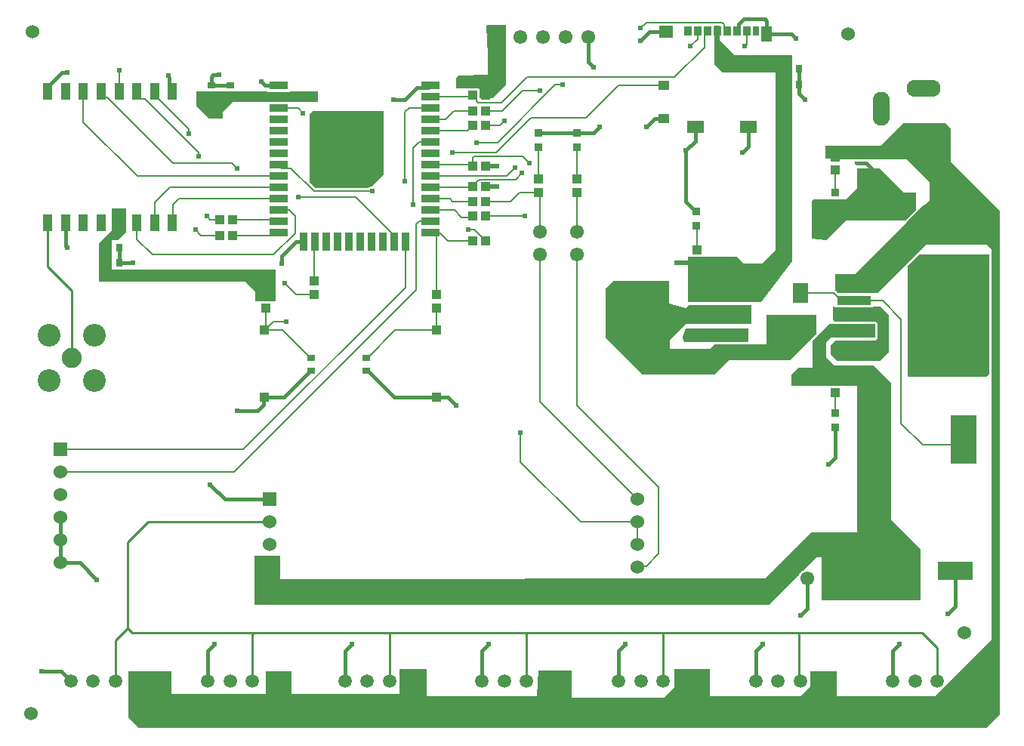
<source format=gtl>
G04*
G04 #@! TF.GenerationSoftware,Altium Limited,Altium Designer,22.5.1 (42)*
G04*
G04 Layer_Physical_Order=1*
G04 Layer_Color=255*
%FSLAX44Y44*%
%MOMM*%
G71*
G04*
G04 #@! TF.SameCoordinates,9DAFF6D1-3FFA-4798-8E4B-9BBE38542115*
G04*
G04*
G04 #@! TF.FilePolarity,Positive*
G04*
G01*
G75*
%ADD16R,1.0000X1.1000*%
%ADD17R,2.0000X0.9000*%
%ADD18R,0.9000X2.0000*%
%ADD19R,1.3300X1.3300*%
%ADD20R,1.7500X2.2000*%
%ADD21R,1.0200X1.0400*%
%ADD22R,3.7900X0.9900*%
%ADD23R,2.8956X5.4102*%
%ADD24R,4.0000X2.0000*%
%ADD25R,0.9500X0.8500*%
%ADD26R,0.7300X0.9400*%
%ADD27R,1.5500X1.3500*%
%ADD28R,1.1700X1.8000*%
%ADD29R,1.9000X1.3500*%
%ADD30R,1.2000X1.0000*%
%ADD31R,0.8500X1.1000*%
%ADD32R,0.7500X1.1000*%
%ADD33R,1.0400X1.0200*%
%ADD34R,1.0500X1.9500*%
%ADD35R,0.9400X0.7300*%
%ADD36R,0.6000X0.3500*%
G04:AMPARAMS|DCode=37|XSize=0.9mm|YSize=1.75mm|CornerRadius=0.0495mm|HoleSize=0mm|Usage=FLASHONLY|Rotation=270.000|XOffset=0mm|YOffset=0mm|HoleType=Round|Shape=RoundedRectangle|*
%AMROUNDEDRECTD37*
21,1,0.9000,1.6510,0,0,270.0*
21,1,0.8010,1.7500,0,0,270.0*
1,1,0.0990,-0.8255,-0.4005*
1,1,0.0990,-0.8255,0.4005*
1,1,0.0990,0.8255,0.4005*
1,1,0.0990,0.8255,-0.4005*
%
%ADD37ROUNDEDRECTD37*%
G04:AMPARAMS|DCode=38|XSize=3.2mm|YSize=1.75mm|CornerRadius=0.0525mm|HoleSize=0mm|Usage=FLASHONLY|Rotation=270.000|XOffset=0mm|YOffset=0mm|HoleType=Round|Shape=RoundedRectangle|*
%AMROUNDEDRECTD38*
21,1,3.2000,1.6450,0,0,270.0*
21,1,3.0950,1.7500,0,0,270.0*
1,1,0.1050,-0.8225,-1.5475*
1,1,0.1050,-0.8225,1.5475*
1,1,0.1050,0.8225,1.5475*
1,1,0.1050,0.8225,-1.5475*
%
%ADD38ROUNDEDRECTD38*%
%ADD73R,7.8800X10.8400*%
%ADD74C,0.3810*%
%ADD75C,0.1520*%
%ADD76C,0.5080*%
%ADD77C,0.2540*%
%ADD78O,3.8000X1.9000*%
%ADD79O,1.9000X3.8000*%
%ADD80C,1.5500*%
%ADD81C,1.5000*%
%ADD82C,1.5240*%
%ADD83C,1.5300*%
%ADD84R,1.5300X1.5300*%
%ADD85R,1.5300X1.5300*%
%ADD86C,2.5500*%
%ADD87C,2.2500*%
%ADD88C,0.6090*%
G36*
X339090Y707390D02*
X307810D01*
Y707450D01*
X282730D01*
Y707390D01*
X243840D01*
X232410Y695960D01*
Y688340D01*
X217170D01*
X203200Y702310D01*
Y718820D01*
X282730D01*
Y718770D01*
X307810D01*
Y718820D01*
X339090D01*
Y707390D01*
D02*
G37*
G36*
X549910Y726440D02*
X534670Y711200D01*
X520700D01*
Y722630D01*
X520360D01*
Y722650D01*
X504880D01*
Y722630D01*
X494030D01*
Y734060D01*
X496570Y736600D01*
X529590Y737870D01*
Y759460D01*
X528151Y792550D01*
X529304Y793750D01*
X549910Y793750D01*
Y726440D01*
D02*
G37*
G36*
X412750Y626110D02*
X399285Y612645D01*
X398939D01*
X396886Y611795D01*
X395516Y610425D01*
X336674D01*
X330200Y616898D01*
Y693420D01*
X334010Y697230D01*
X412750D01*
Y626110D01*
D02*
G37*
G36*
X995680Y605790D02*
X1009650D01*
Y586031D01*
X997659Y574040D01*
X930910D01*
X909320Y552450D01*
X892810Y553720D01*
Y594360D01*
X894080Y596900D01*
X895350Y598170D01*
X930910D01*
X943610Y610870D01*
Y632460D01*
X969010D01*
X995680Y605790D01*
D02*
G37*
G36*
X789940Y775970D02*
X806450Y759460D01*
X871220D01*
Y528320D01*
X836328Y482600D01*
X754380D01*
X754380Y533400D01*
X808990D01*
X816610Y525780D01*
X836930D01*
X852170Y541020D01*
Y740410D01*
X792480D01*
X783590Y749300D01*
Y792480D01*
X789940D01*
Y775970D01*
D02*
G37*
G36*
X124460Y561340D02*
X115570Y552450D01*
X107950D01*
Y519430D01*
X292100D01*
Y483870D01*
X288310D01*
Y483990D01*
X273030D01*
Y483870D01*
X269240D01*
Y494030D01*
X257810Y505460D01*
X93980D01*
Y548640D01*
X107950Y562610D01*
Y586740D01*
Y588010D01*
X124460D01*
Y561340D01*
D02*
G37*
G36*
X979170Y468630D02*
Y426720D01*
X969010Y416560D01*
X922020D01*
X914400Y424180D01*
Y434340D01*
X919480Y439420D01*
X963930D01*
X966470Y441960D01*
Y442980D01*
X966520Y443230D01*
Y458470D01*
X966323Y459461D01*
X965761Y460301D01*
X964921Y460863D01*
X963930Y461060D01*
X919430D01*
X916940Y463550D01*
Y477520D01*
X918760D01*
Y476870D01*
X961740D01*
Y477520D01*
X970280D01*
X979170Y468630D01*
D02*
G37*
G36*
X821690Y439420D02*
X820470Y438200D01*
X783590D01*
X783340Y438150D01*
X750570D01*
X749300Y439420D01*
X748030Y443230D01*
X751840Y453390D01*
X821690D01*
Y439420D01*
D02*
G37*
G36*
X732790Y495300D02*
Y481330D01*
X751840Y476250D01*
X755600Y480010D01*
X825500D01*
Y458470D01*
X751840D01*
X734060Y440690D01*
Y430530D01*
X778510D01*
X783590Y435610D01*
X842010D01*
Y468630D01*
X897890D01*
Y447040D01*
X868680Y417830D01*
X800100D01*
X783590Y401320D01*
X703580D01*
X661670Y443230D01*
Y497840D01*
X670560Y506730D01*
X732790D01*
Y495300D01*
D02*
G37*
G36*
X1092150Y402540D02*
X1088390Y398780D01*
X1000760D01*
Y523387D01*
X1013313Y535940D01*
X1092150D01*
Y402540D01*
D02*
G37*
G36*
X963930Y443230D02*
X914400D01*
X909320Y438150D01*
Y420370D01*
X918210Y411480D01*
X962660D01*
X981710Y392430D01*
Y238760D01*
X1014730Y205740D01*
Y148590D01*
X904240D01*
Y196850D01*
X897890D01*
X882789Y181749D01*
X881412Y180954D01*
X879496Y179038D01*
X878701Y177661D01*
X844550Y143510D01*
X267970D01*
Y198120D01*
X296921D01*
Y172461D01*
X840740Y172720D01*
X892810Y224790D01*
X943610D01*
X943610Y388620D01*
X927120D01*
Y388740D01*
X911840D01*
Y388620D01*
X869950D01*
Y401320D01*
X877570Y408940D01*
X894080D01*
Y439420D01*
X913130Y458470D01*
X963930D01*
Y443230D01*
D02*
G37*
G36*
X1049020Y676910D02*
Y640080D01*
X1103630Y585470D01*
Y20320D01*
X1088390Y5080D01*
X138430D01*
X127000Y16510D01*
Y68580D01*
X175260D01*
Y43180D01*
X280670D01*
Y55880D01*
Y68580D01*
X309880D01*
Y58420D01*
Y43180D01*
X430530D01*
Y50800D01*
Y71120D01*
X461010Y71120D01*
Y40640D01*
X584678Y40640D01*
X586334Y69850D01*
X623379D01*
X623761Y39370D01*
X727710D01*
X739140Y50800D01*
Y71120D01*
X754380D01*
X778510Y71120D01*
Y46990D01*
Y40640D01*
X880110D01*
X891540Y52070D01*
Y68580D01*
X920750D01*
Y55880D01*
Y40640D01*
X1031240Y40640D01*
X1061720Y71120D01*
X1094740Y104140D01*
Y542290D01*
X1089660Y547370D01*
X1021080D01*
X966470Y492760D01*
X922608D01*
X920049Y495319D01*
X919480Y495700D01*
Y514350D01*
X942340D01*
X1004730Y576740D01*
X1005580D01*
Y577590D01*
X1024890Y596900D01*
X1024890Y617220D01*
X998220Y643890D01*
X908050D01*
Y657860D01*
X970280D01*
X995680Y683260D01*
X1042670D01*
X1049020Y676910D01*
D02*
G37*
D16*
X472440Y376520D02*
D03*
Y451520D02*
D03*
X279400D02*
D03*
Y376520D02*
D03*
D17*
X295270Y725810D02*
D03*
Y713110D02*
D03*
Y700410D02*
D03*
Y687710D02*
D03*
Y675010D02*
D03*
Y662310D02*
D03*
Y649610D02*
D03*
Y636910D02*
D03*
Y624210D02*
D03*
Y611510D02*
D03*
Y598810D02*
D03*
Y586110D02*
D03*
Y573410D02*
D03*
Y560710D02*
D03*
X465270D02*
D03*
Y573410D02*
D03*
Y586110D02*
D03*
Y598810D02*
D03*
Y611510D02*
D03*
Y624210D02*
D03*
Y636910D02*
D03*
Y649610D02*
D03*
Y662310D02*
D03*
Y675010D02*
D03*
Y687710D02*
D03*
Y700410D02*
D03*
Y713110D02*
D03*
Y725810D02*
D03*
D18*
X323120Y550710D02*
D03*
X335820D02*
D03*
X348520D02*
D03*
X361220D02*
D03*
X373920D02*
D03*
X386620D02*
D03*
X399320D02*
D03*
X412020D02*
D03*
X424720D02*
D03*
X437420D02*
D03*
D19*
X351920Y669160D02*
D03*
X370270D02*
D03*
X388620D02*
D03*
Y650810D02*
D03*
X370270D02*
D03*
X351920D02*
D03*
Y632460D02*
D03*
X370270D02*
D03*
X388620D02*
D03*
D20*
X880110Y451940D02*
D03*
Y492940D02*
D03*
D21*
X919480Y381000D02*
D03*
Y395700D02*
D03*
Y631190D02*
D03*
Y645890D02*
D03*
X586740Y620760D02*
D03*
Y606060D02*
D03*
X629920Y620760D02*
D03*
Y606060D02*
D03*
X335280Y506460D02*
D03*
Y491760D02*
D03*
X472440Y491220D02*
D03*
Y476520D02*
D03*
X764540Y541750D02*
D03*
Y527050D02*
D03*
X280670Y476250D02*
D03*
Y490950D02*
D03*
D22*
X940250Y501360D02*
D03*
Y484360D02*
D03*
Y467360D02*
D03*
Y450360D02*
D03*
Y433360D02*
D03*
D23*
X1062990Y328930D02*
D03*
X963930D02*
D03*
D24*
X983040Y589280D02*
D03*
X1054040D02*
D03*
Y181610D02*
D03*
X983040D02*
D03*
D25*
X919480Y606170D02*
D03*
Y590170D02*
D03*
X586740Y672590D02*
D03*
Y656590D02*
D03*
X919480Y342520D02*
D03*
Y358520D02*
D03*
X763270Y568580D02*
D03*
Y584580D02*
D03*
X629920Y656590D02*
D03*
Y672590D02*
D03*
D26*
X878320Y744220D02*
D03*
X864120D02*
D03*
X878320Y726440D02*
D03*
X864120D02*
D03*
X116320Y543560D02*
D03*
X102120D02*
D03*
X116320Y527050D02*
D03*
X102120D02*
D03*
D27*
X729210Y786040D02*
D03*
D28*
X842410Y783790D02*
D03*
D29*
X762460Y679040D02*
D03*
X822160D02*
D03*
D30*
X727460Y688790D02*
D03*
Y725790D02*
D03*
D31*
X753810Y787290D02*
D03*
X764810D02*
D03*
X775810D02*
D03*
X786810D02*
D03*
X797810D02*
D03*
X808810D02*
D03*
X819810D02*
D03*
D32*
X830310D02*
D03*
D33*
X512620Y715010D02*
D03*
X527320D02*
D03*
X512620Y697230D02*
D03*
X527320D02*
D03*
X512620Y680720D02*
D03*
X527320D02*
D03*
X512620Y635000D02*
D03*
X527320D02*
D03*
X512620Y612140D02*
D03*
X527320D02*
D03*
X512620Y595630D02*
D03*
X527320D02*
D03*
X243840Y575310D02*
D03*
X229140D02*
D03*
X243840Y557530D02*
D03*
X229140D02*
D03*
X512620Y579120D02*
D03*
X527320D02*
D03*
X512620Y551180D02*
D03*
X527320D02*
D03*
D34*
X176200Y719500D02*
D03*
X156200D02*
D03*
X136200D02*
D03*
X116200D02*
D03*
X96200D02*
D03*
X76200D02*
D03*
X56200D02*
D03*
X36200D02*
D03*
Y571500D02*
D03*
X56200D02*
D03*
X76200D02*
D03*
X96200D02*
D03*
X116200D02*
D03*
X136200D02*
D03*
X156200D02*
D03*
X176200D02*
D03*
D35*
X241300Y711720D02*
D03*
Y725920D02*
D03*
X219710D02*
D03*
Y711720D02*
D03*
X393700Y406170D02*
D03*
Y420370D02*
D03*
X331470Y406170D02*
D03*
Y420370D02*
D03*
X816610Y474230D02*
D03*
Y488430D02*
D03*
X798830Y474230D02*
D03*
Y488430D02*
D03*
X797560Y428510D02*
D03*
Y442710D02*
D03*
D36*
X943610Y638810D02*
D03*
Y645310D02*
D03*
D37*
X765310Y466090D02*
D03*
Y443090D02*
D03*
Y489090D02*
D03*
D38*
X702810Y466090D02*
D03*
D73*
X1047750Y467360D02*
D03*
D74*
X484540Y376520D02*
X494030Y367030D01*
X472440Y376520D02*
X484540D01*
X842410Y783790D02*
Y797868D01*
X816584Y800100D02*
X840178D01*
X842410Y797868D01*
X51220Y68580D02*
X62230Y57570D01*
X29210Y68580D02*
X51220D01*
X36200Y719500D02*
Y724000D01*
X52174Y739974D01*
X57984D01*
X58420Y740410D01*
X939800Y430315D02*
X942845Y433360D01*
X939800Y421640D02*
Y430315D01*
X940250Y433360D02*
X951520D01*
X966760D01*
X942845D02*
X951520D01*
X424180Y709930D02*
X436880D01*
X450165Y723215D01*
X462675D01*
X465270Y725810D01*
X116320Y527050D02*
X132080D01*
X116320D02*
Y543560D01*
X219710Y725920D02*
Y735285D01*
X221942Y737517D02*
X228247D01*
X219710Y735285D02*
X221942Y737517D01*
X228247D02*
X228600Y737870D01*
X275590Y730250D02*
X280030Y725810D01*
X295270D01*
X172855Y722845D02*
X176200Y719500D01*
X172855Y722845D02*
Y734578D01*
X171450Y735983D02*
X172855Y734578D01*
X171450Y735983D02*
Y736600D01*
X1009755Y722880D02*
X1018540D01*
X943610Y638810D02*
X953770D01*
X975360Y617220D01*
X982150Y590170D02*
X983040Y589280D01*
X975360Y596960D02*
Y617220D01*
Y596960D02*
X982150Y590170D01*
X878320Y716800D02*
X885190Y709930D01*
X919480Y590170D02*
X982150D01*
X919480Y575310D02*
Y590170D01*
X906780Y562610D02*
X919480Y575310D01*
X902970Y562610D02*
X906780D01*
X842410Y783790D02*
X869750D01*
X875030Y778510D01*
X878320Y726440D02*
Y744220D01*
Y716800D02*
Y726440D01*
X811115Y794631D02*
X816584Y800100D01*
X808810Y787290D02*
X811115Y789595D01*
Y794631D01*
X711110Y786040D02*
X729210D01*
X701040Y775970D02*
X711110Y786040D01*
X707390Y679450D02*
X716730Y688790D01*
X822160Y657060D02*
Y679040D01*
X815340Y650240D02*
X822160Y657060D01*
X762460Y663400D02*
Y679040D01*
X762770Y584580D02*
X763270D01*
X760425Y586925D02*
Y587425D01*
Y586925D02*
X762770Y584580D01*
X716730Y688790D02*
X727460D01*
X751840Y652780D02*
X762460Y663400D01*
X751840Y596010D02*
X760425Y587425D01*
X751840Y596010D02*
Y652780D01*
X1012190Y502920D02*
X1047750Y467360D01*
X1012190Y502920D02*
Y528320D01*
X970280Y436880D02*
Y463550D01*
X966470Y467360D02*
X970280Y463550D01*
X940250Y467360D02*
X966470D01*
X966760Y433360D02*
X970280Y436880D01*
X1045210Y133350D02*
X1054040Y142180D01*
Y181610D01*
X983780Y91440D02*
X991400Y99060D01*
X983780Y57570D02*
Y91440D01*
X880110Y449690D02*
Y451940D01*
X871015Y442845D02*
X873265D01*
X798388Y474672D02*
X798830Y474230D01*
X816610D01*
X873265Y442845D02*
X880110Y449690D01*
X856680Y428510D02*
X871015Y442845D01*
X796510Y428510D02*
X797560D01*
X856680D01*
X787092Y474672D02*
X798388D01*
X778510Y466090D02*
X787092Y474672D01*
X765310Y466090D02*
X778510D01*
X702810Y441190D02*
Y466090D01*
X779480Y411480D02*
X796510Y428510D01*
X688340Y426720D02*
X702810Y441190D01*
X919480Y308650D02*
Y342520D01*
X911860Y301030D02*
X919480Y308650D01*
X887730Y138850D02*
Y172720D01*
X880110Y131230D02*
X887730Y138850D01*
X830188Y57570D02*
Y91440D01*
X768350Y411480D02*
X779480D01*
X830188Y91440D02*
X837808Y99060D01*
X676597Y91440D02*
X684217Y99060D01*
X676597Y57570D02*
Y91440D01*
X642620Y751840D02*
X648154Y746306D01*
X642620Y751840D02*
Y779780D01*
X648460Y672590D02*
X655320Y679450D01*
X370270Y686500D02*
X370840Y687070D01*
X388620Y669160D02*
Y679450D01*
X394970Y685800D01*
X370270Y669160D02*
Y686500D01*
X629920Y672590D02*
X648460D01*
X586740D02*
X629920D01*
X405700Y650810D02*
X406400Y651510D01*
X388620Y650810D02*
X405700D01*
X388620Y619760D02*
Y632460D01*
X360810Y641350D02*
X370270Y650810D01*
Y615380D02*
Y632460D01*
X369570Y614680D02*
X370270Y615380D01*
X219710Y725920D02*
X241300D01*
X360680Y641350D02*
X360810D01*
X351920Y669160D02*
Y684400D01*
X349250Y687070D02*
X351920Y684400D01*
Y617350D02*
Y632460D01*
X349250Y614680D02*
X351920Y617350D01*
X334580Y650810D02*
X351920D01*
X334295Y650525D02*
X334580Y650810D01*
X334010Y650240D02*
X334295Y650525D01*
X393700Y406170D02*
X394750D01*
X424400Y376520D01*
X330420Y406170D02*
X331470D01*
X424400Y376520D02*
X472440D01*
X298450Y534670D02*
X314490Y550710D01*
X323120D01*
X298450Y525780D02*
Y534670D01*
X300770Y376520D02*
X330420Y406170D01*
X279400Y376520D02*
X300770D01*
X278637Y375757D02*
X279400Y376520D01*
X369413Y91440D02*
X377033Y99060D01*
X523005Y57570D02*
Y91440D01*
X530625Y99060D01*
X369413Y57570D02*
Y91440D01*
X278637Y367537D02*
Y375757D01*
X271780Y360680D02*
X278637Y367537D01*
X248920Y360680D02*
X271780D01*
X234950Y261620D02*
X285490D01*
X218440Y278130D02*
X234950Y261620D01*
X56200Y545780D02*
X58420Y543560D01*
X56200Y545780D02*
Y571500D01*
X72390Y190500D02*
X91440Y171450D01*
X215822Y91440D02*
X223442Y99060D01*
X215822Y57570D02*
Y91440D01*
X50800Y190500D02*
X72390D01*
X50800Y215900D02*
Y241300D01*
Y190500D02*
Y215900D01*
X1059428Y589280D02*
X1067523Y581185D01*
X1013610Y645310D02*
X1018540Y650240D01*
X943610Y645310D02*
X1013610D01*
X942670D02*
X943610D01*
X942090Y645890D02*
X942670Y645310D01*
X919480Y645890D02*
X942090D01*
D75*
X214630Y579120D02*
X218440Y575310D01*
X229140D01*
X640080Y689610D02*
X676260Y725790D01*
X538730Y650490D02*
X577850Y689610D01*
X640080D01*
X516822Y708361D02*
Y710808D01*
Y708361D02*
X518573Y706610D01*
X512620Y715010D02*
X516822Y710808D01*
X518573Y706610D02*
X545320D01*
X605138Y726440D02*
X613410D01*
X540368Y661670D02*
X605138Y726440D01*
X516890Y661670D02*
X540368D01*
X545320Y706610D02*
X574040Y735330D01*
X739140D01*
X772360Y768550D01*
X543560Y680720D02*
X548640Y685800D01*
X527320Y680720D02*
X543560D01*
X568960Y720090D02*
X588010D01*
X546100Y697230D02*
X568960Y720090D01*
X527320Y697230D02*
X546100D01*
X521120Y557280D02*
Y557647D01*
X527220Y551180D02*
X527320D01*
X521120Y557280D02*
X527220Y551180D01*
X514887Y563880D02*
X521120Y557647D01*
X508000Y563880D02*
X514887D01*
X242570Y638810D02*
X248920Y632460D01*
X176530Y638810D02*
X242570D01*
X992762Y347089D02*
Y463928D01*
X940250Y484360D02*
X972330D01*
X992762Y463928D01*
X926250Y484360D02*
X940250D01*
X1017270Y322580D02*
X1056640D01*
X1062990Y328930D01*
X992762Y347089D02*
X1017270Y322580D01*
X917670Y492940D02*
X926250Y484360D01*
X880110Y492940D02*
X917670D01*
X512620Y612140D02*
X513080Y612600D01*
X511990Y611510D02*
X512620Y612140D01*
X707620Y186920D02*
X721360Y200660D01*
X697690Y185420D02*
X699190Y186920D01*
X707620D01*
X721360Y200660D02*
Y275590D01*
X629920Y367030D02*
X721360Y275590D01*
X629920Y367030D02*
Y535940D01*
X588010Y371300D02*
X697690Y261620D01*
X588010Y371300D02*
Y535940D01*
X245110Y292100D02*
X449580Y496570D01*
X50800Y292100D02*
X245110D01*
X449580Y496570D02*
Y570230D01*
X437420Y499103D02*
Y550710D01*
X255817Y317500D02*
X437420Y499103D01*
X50800Y317500D02*
X255817D01*
X436880Y618490D02*
Y695960D01*
X441330Y700410D01*
X566420Y303530D02*
Y336550D01*
Y303530D02*
X633730Y236220D01*
X697690D01*
Y210820D02*
Y236220D01*
X452760Y662310D02*
X465270D01*
X445770Y655320D02*
X452760Y662310D01*
X445770Y591820D02*
Y655320D01*
X449580Y570230D02*
X452760Y573410D01*
X465270D01*
X441330Y700410D02*
X465270D01*
X420980Y554450D02*
Y560917D01*
Y554450D02*
X424720Y550710D01*
X381187Y600710D02*
X420980Y560917D01*
X490025Y650490D02*
X538730D01*
X676260Y725790D02*
X727460D01*
X335280Y607060D02*
X400050D01*
X299010Y633170D02*
X309170D01*
X335280Y607060D01*
X295270Y636910D02*
X299010Y633170D01*
X792427Y796090D02*
X794360Y794157D01*
X701040Y789940D02*
X707190Y796090D01*
X792427D01*
X794360Y792030D02*
X797810Y788580D01*
Y787290D02*
Y788580D01*
X794360Y792030D02*
Y794157D01*
X772360Y768550D02*
Y783840D01*
X465660Y624600D02*
X550940D01*
X465270Y624210D02*
X465660Y624600D01*
X550940D02*
X560070Y633730D01*
X519634Y620540D02*
X560850D01*
X567690Y627380D01*
X517060Y617966D02*
X519634Y620540D01*
X513180Y612600D02*
X517060Y616480D01*
Y617966D01*
X513080Y612600D02*
X513180D01*
X772360Y783840D02*
X775810Y787290D01*
X514350Y646430D02*
X568960D01*
X576580Y638810D01*
X756920Y769620D02*
X764810Y777510D01*
Y787290D01*
X819810Y771550D02*
Y787290D01*
X817880Y769620D02*
X819810Y771550D01*
X512620Y644700D02*
X514350Y646430D01*
X512620Y635000D02*
Y644700D01*
X491490Y697230D02*
X512620D01*
X481970Y687710D02*
X491490Y697230D01*
X465270Y687710D02*
X481970D01*
X512520Y680720D02*
X512620D01*
X465270Y675010D02*
X506810D01*
X512520Y680720D01*
X116200Y742310D02*
X116840Y742950D01*
X116200Y719500D02*
Y742310D01*
X194310Y671830D02*
Y676890D01*
X208280Y557530D02*
X229140D01*
X201930Y563880D02*
X208280Y557530D01*
X156200Y715000D02*
X194310Y676890D01*
X156200Y715000D02*
Y719500D01*
X205740Y646430D02*
Y650293D01*
X314690Y491760D02*
X335280D01*
X302260Y504190D02*
X314690Y491760D01*
X140690Y710510D02*
X145523D01*
X136200Y715000D02*
Y719500D01*
Y715000D02*
X140690Y710510D01*
X145523D02*
X205740Y650293D01*
X629920Y620760D02*
Y656590D01*
X586740Y620760D02*
Y656590D01*
X510720Y713110D02*
X512620Y715010D01*
X465270Y713110D02*
X510720D01*
X510710Y636910D02*
X512620Y635000D01*
X465270Y636910D02*
X510710D01*
X465270Y611510D02*
X511990D01*
X487040Y598810D02*
X490220Y595630D01*
X512620D01*
X465270Y598810D02*
X487040D01*
X500380Y577850D02*
X511350D01*
X492120Y586110D02*
X500380Y577850D01*
X511350D02*
X512620Y579120D01*
X465270Y586110D02*
X492120D01*
X317500Y600710D02*
X381187D01*
X100690Y712500D02*
X102840D01*
X176530Y638810D01*
X96200Y716990D02*
Y719500D01*
Y716990D02*
X100690Y712500D01*
X335280Y550170D02*
X335820Y550710D01*
X335280Y506460D02*
Y550170D01*
X292090Y557530D02*
X295270Y560710D01*
X243840Y557530D02*
X292090D01*
X293370Y575310D02*
X295270Y573410D01*
X243840Y575310D02*
X293370D01*
X136200Y553410D02*
X153670Y535940D01*
X289667D01*
X136200Y553410D02*
Y571500D01*
X289667Y535940D02*
X313690Y559963D01*
X295270Y586110D02*
X306700D01*
X313690Y579120D01*
Y559963D02*
Y579120D01*
X183520Y598810D02*
X295270D01*
X176530Y571830D02*
Y591820D01*
X183520Y598810D01*
X176200Y571500D02*
X176530Y571830D01*
X173360Y611510D02*
X295270D01*
X156200Y594350D02*
X173360Y611510D01*
X156200Y571500D02*
Y594350D01*
X136520Y624210D02*
X295270D01*
X76200Y684530D02*
X136520Y624210D01*
X76200Y684530D02*
Y719500D01*
X763905Y542385D02*
Y567945D01*
X919480Y358520D02*
Y381000D01*
Y606170D02*
Y631190D01*
X469359Y559660D02*
X476660D01*
X469750D02*
X472440Y556970D01*
X469359Y559660D02*
X469750D01*
X485140Y551180D02*
X512620D01*
X476660Y559660D02*
X485140Y551180D01*
X472440Y491220D02*
Y556970D01*
X467210Y559660D02*
X469359D01*
X465270Y560710D02*
X466160D01*
X467210Y559660D01*
X586740Y606060D02*
X588010Y604790D01*
Y561340D02*
Y604790D01*
X565420Y606060D02*
X586740D01*
X527320Y595630D02*
X554990D01*
X565420Y606060D01*
X629920Y561340D02*
Y606060D01*
X527320Y579120D02*
X571500D01*
X316860Y700410D02*
X322580Y694690D01*
X295270Y700410D02*
X316860D01*
X288890Y461010D02*
X303530D01*
X299270Y451520D02*
X330420Y420370D01*
X331470D01*
X284140Y456260D02*
X288890Y461010D01*
X283640Y456260D02*
X284140D01*
X280670Y453290D02*
Y476250D01*
Y453290D02*
X283640Y456260D01*
X279400Y451520D02*
X299270D01*
X279400Y452020D02*
X280670Y453290D01*
X279400Y451520D02*
Y452020D01*
X425900Y451520D02*
X472440D01*
Y476520D01*
X394750Y420370D02*
X425900Y451520D01*
X393700Y420370D02*
X394750D01*
D76*
X885190Y401320D02*
X890810Y395700D01*
X919480D01*
X797560Y442710D02*
X814820D01*
X815340Y443230D01*
X527320Y635000D02*
X539750D01*
X527320Y612140D02*
X539750D01*
X102430Y517326D02*
X105405Y514350D01*
X274320D01*
X102430Y517326D02*
Y526740D01*
X280670Y490950D02*
Y507727D01*
X274320Y514077D02*
Y514350D01*
Y514077D02*
X280670Y507727D01*
X102120Y527050D02*
X102430Y526740D01*
X102120Y527050D02*
Y543560D01*
X504190Y728980D02*
X516134D01*
X524660Y717570D02*
X527220Y715010D01*
X516134Y728980D02*
X524660Y720454D01*
X527220Y715010D02*
X527320D01*
X524660Y717570D02*
Y720454D01*
X332100Y713110D02*
X332740Y712470D01*
X295270Y713110D02*
X332100D01*
X527320Y715010D02*
X527420D01*
X818770Y489540D02*
Y490590D01*
X864120Y535940D01*
X816610Y488430D02*
X817660D01*
X818770Y489540D01*
X798830Y744220D02*
X864120D01*
X786810Y756240D02*
Y787290D01*
Y756240D02*
X798830Y744220D01*
X763905Y542385D02*
X764540Y541750D01*
X763270Y568580D02*
X763905Y567945D01*
X1084580Y589280D02*
X1098550Y575310D01*
Y97340D02*
Y575310D01*
X1059428Y589280D02*
X1084580D01*
X1054040D02*
X1059428D01*
X1020224D02*
X1054040D01*
X941898Y510954D02*
X1020224Y589280D01*
X941898Y502914D02*
Y510954D01*
X940344Y501360D02*
X941898Y502914D01*
X1018540Y650240D02*
Y663580D01*
X1054040Y589280D02*
Y614740D01*
X1018540Y650240D02*
X1054040Y614740D01*
X1058780Y57570D02*
X1098550Y97340D01*
X1058780Y34690D02*
Y57570D01*
X905188Y38422D02*
Y57570D01*
X751597Y38343D02*
Y57570D01*
X444413Y33107D02*
Y57570D01*
X598005Y33185D02*
Y57570D01*
X290822Y36838D02*
Y57570D01*
X137230Y40570D02*
Y57570D01*
X290822Y36838D02*
X299720Y27940D01*
X598005Y33185D02*
X603250Y27940D01*
X449580D02*
X603250D01*
X905188Y38422D02*
X915670Y27940D01*
X762000D02*
X915670D01*
X444413Y33107D02*
X449580Y27940D01*
X299720D02*
X449580D01*
X751597Y38343D02*
X762000Y27940D01*
X603250D02*
X762000D01*
X149860D02*
X299720D01*
X137230Y40570D02*
X149860Y27940D01*
X1052214D02*
X1058872Y34598D01*
X1058780Y34690D02*
X1058872Y34598D01*
X915670Y27940D02*
X1052214D01*
X910482Y397618D02*
X917562D01*
X919480Y395700D01*
X900430Y407670D02*
Y439420D01*
Y407670D02*
X910482Y397618D01*
X919480Y395700D02*
X953040D01*
X963930Y384810D01*
Y328930D02*
Y384810D01*
Y212090D02*
Y328930D01*
X911370Y450360D02*
X940250D01*
X976630Y188020D02*
X983040Y181610D01*
X973040D02*
X983040D01*
X976630Y188020D02*
Y199390D01*
X963930Y212090D02*
X976630Y199390D01*
X964150Y172720D02*
X973040Y181610D01*
X913130Y172720D02*
X964150D01*
X900430Y439420D02*
X911370Y450360D01*
X765500Y442900D02*
X797370D01*
X797560Y442710D01*
X900430Y212090D02*
X963930D01*
X848360Y160020D02*
X900430Y212090D01*
X285490Y167900D02*
Y185420D01*
X293370Y160020D02*
X848360D01*
X285490Y167900D02*
X293370Y160020D01*
X864120Y726440D02*
Y744220D01*
Y535940D02*
Y726440D01*
X541020Y728610D02*
Y779780D01*
X527420Y715010D02*
X541020Y728610D01*
X801370Y527050D02*
X816610Y511810D01*
Y488430D02*
Y511810D01*
X764540Y527050D02*
X801370D01*
X798830Y488430D02*
X816610D01*
X798500Y488760D02*
X798830Y488430D01*
X765640Y488760D02*
X798500D01*
X741680Y527050D02*
X764540D01*
X294630Y712470D02*
X295270Y713110D01*
X241300Y711720D02*
X242050Y712470D01*
X294630D01*
X219710Y711720D02*
X241300D01*
X219710Y701040D02*
X224790Y695960D01*
X219710Y701040D02*
Y711720D01*
X116200Y567000D02*
Y571500D01*
X103230Y554030D02*
X116200Y567000D01*
X102120Y543560D02*
X103230Y544670D01*
Y554030D01*
D77*
X878487Y111760D02*
X1016878D01*
X878487Y59271D02*
Y111760D01*
X726597D02*
X878487D01*
X1016878D02*
X1033780Y94858D01*
X573005Y111760D02*
X726597D01*
X419413D02*
X573005D01*
X1033780Y57570D02*
Y94858D01*
X878487Y59271D02*
X880188Y57570D01*
X726597D02*
Y111760D01*
X573005Y57570D02*
Y111760D01*
X148590Y236220D02*
X285490D01*
X130810Y111760D02*
X267310D01*
X419413D01*
X265822Y110272D02*
X267310Y111760D01*
X125730Y116840D02*
Y213360D01*
X148590Y236220D01*
X125730Y116840D02*
X130810Y111760D01*
X112230Y103340D02*
X125730Y116840D01*
X419413Y57570D02*
Y111760D01*
X265822Y57570D02*
Y110272D01*
X112230Y57570D02*
Y103340D01*
X63500Y420370D02*
Y495300D01*
X36200Y522600D02*
X63500Y495300D01*
X36200Y522600D02*
Y571500D01*
D78*
X1018540Y663580D02*
D03*
Y722880D02*
D03*
D79*
X971240Y699580D02*
D03*
D80*
X642620Y779780D02*
D03*
X617220D02*
D03*
X591820D02*
D03*
X566420D02*
D03*
X541020D02*
D03*
X588010Y561340D02*
D03*
Y535940D02*
D03*
X629920D02*
D03*
Y561340D02*
D03*
X913130Y172720D02*
D03*
X887730D02*
D03*
D81*
X983780Y57570D02*
D03*
X1008780D02*
D03*
X1033780D02*
D03*
X1058780D02*
D03*
X830188D02*
D03*
X855188D02*
D03*
X880188D02*
D03*
X905188D02*
D03*
X676597D02*
D03*
X701597D02*
D03*
X726597D02*
D03*
X751597D02*
D03*
X369413D02*
D03*
X394413D02*
D03*
X419413D02*
D03*
X444413D02*
D03*
X523005D02*
D03*
X548005D02*
D03*
X573005D02*
D03*
X598005D02*
D03*
X215822D02*
D03*
X240822D02*
D03*
X265822D02*
D03*
X290822D02*
D03*
X62230D02*
D03*
X87230D02*
D03*
X112230D02*
D03*
X137230D02*
D03*
D82*
X933450Y783590D02*
D03*
X1064260Y111760D02*
D03*
X17780Y21590D02*
D03*
X19050Y786130D02*
D03*
D83*
X697690Y261620D02*
D03*
Y185420D02*
D03*
Y236220D02*
D03*
Y210820D02*
D03*
X50800Y266700D02*
D03*
Y292100D02*
D03*
Y215900D02*
D03*
Y241300D02*
D03*
Y190500D02*
D03*
X285490Y210820D02*
D03*
Y236220D02*
D03*
Y185420D02*
D03*
D84*
X50800Y317500D02*
D03*
D85*
X285490Y261620D02*
D03*
D86*
X88900Y394970D02*
D03*
Y445770D02*
D03*
X38100D02*
D03*
Y394970D02*
D03*
D87*
X63500Y420370D02*
D03*
D88*
X494030Y367030D02*
D03*
X214630Y579120D02*
D03*
X29210Y68580D02*
D03*
X58420Y740410D02*
D03*
X939800Y421640D02*
D03*
X885190Y401320D02*
D03*
X815340Y443230D02*
D03*
X613410Y726440D02*
D03*
X548640Y685800D02*
D03*
X588010Y720090D02*
D03*
X516890Y661670D02*
D03*
X508000Y563880D02*
D03*
X539750Y635000D02*
D03*
Y612140D02*
D03*
X424180Y709930D02*
D03*
X132080Y527050D02*
D03*
X274320Y514350D02*
D03*
X504190Y728980D02*
D03*
X332100Y713110D02*
D03*
X248920Y632460D02*
D03*
X671830Y478790D02*
D03*
Y466090D02*
D03*
Y459740D02*
D03*
Y453390D02*
D03*
Y472440D02*
D03*
X678180Y478790D02*
D03*
Y466090D02*
D03*
Y459740D02*
D03*
Y453390D02*
D03*
Y472440D02*
D03*
X684530D02*
D03*
Y453390D02*
D03*
Y459740D02*
D03*
Y466090D02*
D03*
Y478790D02*
D03*
X436880Y618490D02*
D03*
X566420Y336550D02*
D03*
X445770Y591820D02*
D03*
X400050Y607060D02*
D03*
X490025Y650490D02*
D03*
X701040Y789940D02*
D03*
X560070Y633730D02*
D03*
X567690Y627380D02*
D03*
X576580Y638810D02*
D03*
X756920Y769620D02*
D03*
X817880D02*
D03*
X116840Y742950D02*
D03*
X201930Y563880D02*
D03*
X194310Y671830D02*
D03*
X302260Y504190D02*
D03*
X205740Y646430D02*
D03*
X317500Y600710D02*
D03*
X228600Y737870D02*
D03*
X275590Y730250D02*
D03*
X171450Y736600D02*
D03*
X885190Y709930D02*
D03*
X1045210Y528320D02*
D03*
X1075690D02*
D03*
X1068070D02*
D03*
X1083310D02*
D03*
X1052830D02*
D03*
X1060450D02*
D03*
X902970Y562610D02*
D03*
X1036320Y528320D02*
D03*
X1028700D02*
D03*
X1012190D02*
D03*
X1021080D02*
D03*
X875030Y778510D02*
D03*
X701040Y775970D02*
D03*
X815340Y650240D02*
D03*
X707390Y679450D02*
D03*
X655320D02*
D03*
X751840Y652780D02*
D03*
X1036320Y406400D02*
D03*
X1021080D02*
D03*
X1028700D02*
D03*
X1068070D02*
D03*
X1060450D02*
D03*
X1075690D02*
D03*
X1045210D02*
D03*
X1052830D02*
D03*
X1012190D02*
D03*
X1083310D02*
D03*
X1045210Y133350D02*
D03*
X991400Y99060D02*
D03*
X688340Y426720D02*
D03*
X911860Y301030D02*
D03*
X880110Y131230D02*
D03*
X837808Y99060D02*
D03*
X768350Y411480D02*
D03*
X684217Y99060D02*
D03*
X648154Y746306D02*
D03*
X394970Y685800D02*
D03*
X370840Y687070D02*
D03*
X406400Y651510D02*
D03*
X388620Y619760D02*
D03*
X379730Y660400D02*
D03*
Y641350D02*
D03*
X369570Y614680D02*
D03*
X346710Y688340D02*
D03*
X360680Y660400D02*
D03*
Y641350D02*
D03*
X334295Y650525D02*
D03*
X349250Y614680D02*
D03*
X298450Y525780D02*
D03*
X530625Y99060D02*
D03*
X377033D02*
D03*
X248920Y360680D02*
D03*
X223442Y99060D02*
D03*
X58420Y543560D02*
D03*
X218440Y278130D02*
D03*
X91440Y171450D02*
D03*
X571500Y579120D02*
D03*
X322580Y694690D02*
D03*
X303530Y461010D02*
D03*
X741680Y527050D02*
D03*
X224790Y695960D02*
D03*
M02*

</source>
